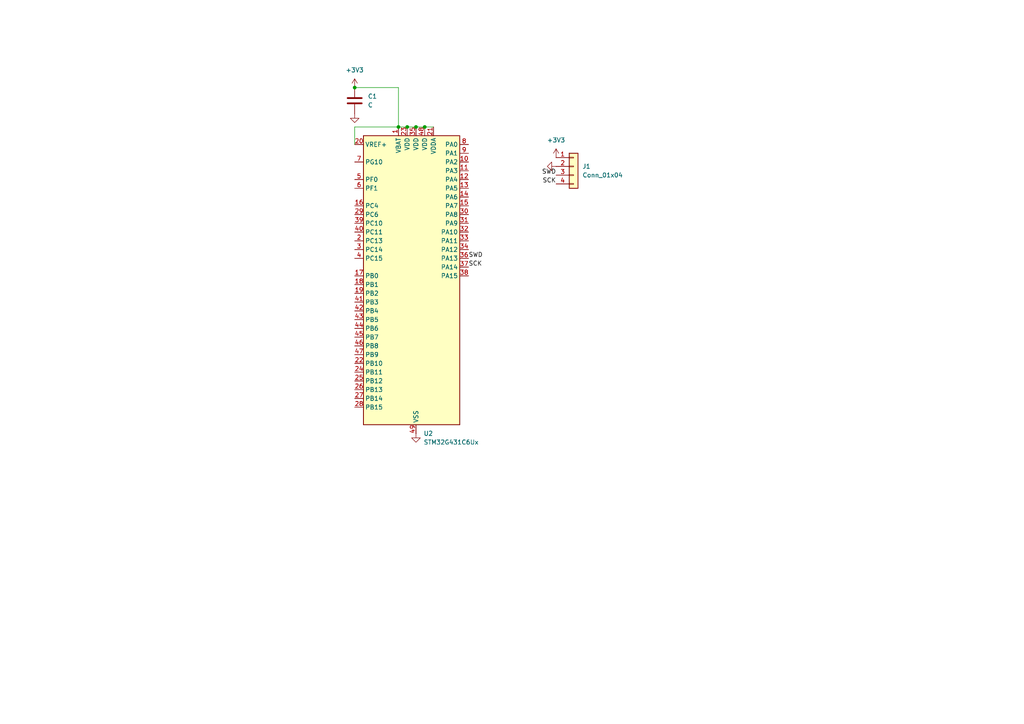
<source format=kicad_sch>
(kicad_sch (version 20231120) (generator "eeschema") (generator_version "8.0")
  (paper "A4")
  (lib_symbols
    (symbol "Connector_Generic:Conn_01x04" (pin_names (offset 1.016) hide)
      (property "Reference" "J" (at 0 5.08 0))
      (property "Value" "Conn_01x04" (at 0 -7.62 0))
      (symbol "Conn_01x04_1_1"
        (rectangle (start -1.27 -4.953) (end 0 -5.207) (stroke (width 0.1524)))
        (rectangle (start -1.27 -2.413) (end 0 -2.667) (stroke (width 0.1524)))
        (rectangle (start -1.27 0.127) (end 0 -0.127) (stroke (width 0.1524)))
        (rectangle (start -1.27 2.667) (end 0 2.413) (stroke (width 0.1524)))
        (rectangle (start -1.27 3.81) (end 1.27 -6.35) (stroke (width 0.254)) (fill (type background)))
        (pin passive line (at -5.08 2.54 0) (length 3.81) (name "Pin_1") (number "1"))
        (pin passive line (at -5.08 0 0) (length 3.81) (name "Pin_2") (number "2"))
        (pin passive line (at -5.08 -2.54 0) (length 3.81) (name "Pin_3") (number "3"))
        (pin passive line (at -5.08 -5.08 0) (length 3.81) (name "Pin_4") (number "4"))
      )
    )
    (symbol "Device:C" (pin_numbers hide) (pin_names (offset 0.254))
      (property "Reference" "C" (at 0.635 2.54 0))
      (property "Value" "C" (at 0.635 -2.54 0))
      (symbol "C_0_1"
        (polyline (pts (xy -2.032 -0.762) (xy 2.032 -0.762)) (stroke (width 0.508)))
        (polyline (pts (xy -2.032 0.762) (xy 2.032 0.762)) (stroke (width 0.508)))
      )
      (symbol "C_1_1"
        (pin passive line (at 0 3.81 270) (length 2.794) (name "~") (number "1"))
        (pin passive line (at 0 -3.81 90) (length 2.794) (name "~") (number "2"))
      )
    )
    (symbol "MCU_ST_STM32G4:STM32G431C6Ux"
      (property "Reference" "U" (at -12.7 44.45 0))
      (property "Value" "STM32G431C6Ux" (at 10.16 44.45 0))
      (symbol "STM32G431C6Ux_0_1"
        (rectangle (start -12.7 -40.64) (end 15.24 43.18) (stroke (width 0.254)) (fill (type background)))
      )
      (symbol "STM32G431C6Ux_1_1"
        (pin power_in line (at -2.54 45.72 270) (length 2.54) (name "VBAT") (number "1"))
        (pin bidirectional line (at 17.78 35.56 180) (length 2.54) (name "PA2") (number "10"))
        (pin bidirectional line (at 17.78 33.02 180) (length 2.54) (name "PA3") (number "11"))
        (pin bidirectional line (at 17.78 30.48 180) (length 2.54) (name "PA4") (number "12"))
        (pin bidirectional line (at 17.78 27.94 180) (length 2.54) (name "PA5") (number "13"))
        (pin bidirectional line (at 17.78 25.4 180) (length 2.54) (name "PA6") (number "14"))
        (pin bidirectional line (at 17.78 22.86 180) (length 2.54) (name "PA7") (number "15"))
        (pin bidirectional line (at -15.24 22.86 0) (length 2.54) (name "PC4") (number "16"))
        (pin bidirectional line (at -15.24 2.54 0) (length 2.54) (name "PB0") (number "17"))
        (pin bidirectional line (at -15.24 0 0) (length 2.54) (name "PB1") (number "18"))
        (pin bidirectional line (at -15.24 -2.54 0) (length 2.54) (name "PB2") (number "19"))
        (pin bidirectional line (at -15.24 12.7 0) (length 2.54) (name "PC13") (number "2"))
        (pin input line (at -15.24 40.64 0) (length 2.54) (name "VREF+") (number "20"))
        (pin power_in line (at 7.62 45.72 270) (length 2.54) (name "VDDA") (number "21"))
        (pin bidirectional line (at -15.24 -22.86 0) (length 2.54) (name "PB10") (number "22"))
        (pin power_in line (at 0 45.72 270) (length 2.54) (name "VDD") (number "23"))
        (pin bidirectional line (at -15.24 -25.4 0) (length 2.54) (name "PB11") (number "24"))
        (pin bidirectional line (at -15.24 -27.94 0) (length 2.54) (name "PB12") (number "25"))
        (pin bidirectional line (at -15.24 -30.48 0) (length 2.54) (name "PB13") (number "26"))
        (pin bidirectional line (at -15.24 -33.02 0) (length 2.54) (name "PB14") (number "27"))
        (pin bidirectional line (at -15.24 -35.56 0) (length 2.54) (name "PB15") (number "28"))
        (pin bidirectional line (at -15.24 20.32 0) (length 2.54) (name "PC6") (number "29"))
        (pin bidirectional line (at -15.24 10.16 0) (length 2.54) (name "PC14") (number "3"))
        (pin bidirectional line (at 17.78 20.32 180) (length 2.54) (name "PA8") (number "30"))
        (pin bidirectional line (at 17.78 17.78 180) (length 2.54) (name "PA9") (number "31"))
        (pin bidirectional line (at 17.78 15.24 180) (length 2.54) (name "PA10") (number "32"))
        (pin bidirectional line (at 17.78 12.7 180) (length 2.54) (name "PA11") (number "33"))
        (pin bidirectional line (at 17.78 10.16 180) (length 2.54) (name "PA12") (number "34"))
        (pin power_in line (at 2.54 45.72 270) (length 2.54) (name "VDD") (number "35"))
        (pin bidirectional line (at 17.78 7.62 180) (length 2.54) (name "PA13") (number "36"))
        (pin bidirectional line (at 17.78 5.08 180) (length 2.54) (name "PA14") (number "37"))
        (pin bidirectional line (at 17.78 2.54 180) (length 2.54) (name "PA15") (number "38"))
        (pin bidirectional line (at -15.24 17.78 0) (length 2.54) (name "PC10") (number "39"))
        (pin bidirectional line (at -15.24 7.62 0) (length 2.54) (name "PC15") (number "4"))
        (pin bidirectional line (at -15.24 15.24 0) (length 2.54) (name "PC11") (number "40"))
        (pin bidirectional line (at -15.24 -5.08 0) (length 2.54) (name "PB3") (number "41"))
        (pin bidirectional line (at -15.24 -7.62 0) (length 2.54) (name "PB4") (number "42"))
        (pin bidirectional line (at -15.24 -10.16 0) (length 2.54) (name "PB5") (number "43"))
        (pin bidirectional line (at -15.24 -12.7 0) (length 2.54) (name "PB6") (number "44"))
        (pin bidirectional line (at -15.24 -15.24 0) (length 2.54) (name "PB7") (number "45"))
        (pin bidirectional line (at -15.24 -17.78 0) (length 2.54) (name "PB8") (number "46"))
        (pin bidirectional line (at -15.24 -20.32 0) (length 2.54) (name "PB9") (number "47"))
        (pin power_in line (at 5.08 45.72 270) (length 2.54) (name "VDD") (number "48"))
        (pin power_in line (at 2.54 -43.18 90) (length 2.54) (name "VSS") (number "49"))
        (pin bidirectional line (at -15.24 30.48 0) (length 2.54) (name "PF0") (number "5"))
        (pin bidirectional line (at -15.24 27.94 0) (length 2.54) (name "PF1") (number "6"))
        (pin bidirectional line (at -15.24 35.56 0) (length 2.54) (name "PG10") (number "7"))
        (pin bidirectional line (at 17.78 40.64 180) (length 2.54) (name "PA0") (number "8"))
        (pin bidirectional line (at 17.78 38.1 180) (length 2.54) (name "PA1") (number "9"))
      )
    )
    (symbol "power:+3V3" (power) (pin_numbers hide) (pin_names (offset 0) hide)
      (property "Value" "+3V3" (at 0 3.556 0))
      (symbol "+3V3_0_1"
        (polyline (pts (xy -0.762 1.27) (xy 0 2.54)))
        (polyline (pts (xy 0 0) (xy 0 2.54)))
        (polyline (pts (xy 0 2.54) (xy 0.762 1.27)))
      )
      (symbol "+3V3_1_1"
        (pin power_in line (at 0 0 90) (length 0) (name "~") (number "1"))
      )
    )
    (symbol "power:GND" (power) (pin_numbers hide) (pin_names (offset 0) hide)
      (property "Value" "GND" (at 0 -3.81 0))
      (symbol "GND_0_1"
        (polyline (pts (xy 0 0) (xy 0 -1.27) (xy 1.27 -1.27) (xy 0 -2.54) (xy -1.27 -1.27) (xy 0 -1.27)))
      )
      (symbol "GND_1_1"
        (pin power_in line (at 0 0 270) (length 0) (name "~") (number "1"))
      )
    )
  )
  (junction (at 118.11 36.83))
  (junction (at 120.65 36.83))
  (junction (at 123.19 36.83))
  (junction (at 115.57 36.83))
  (junction (at 102.87 25.4))
  (wire (pts (xy 102.87 36.83) (xy 115.57 36.83)))
  (wire (pts (xy 123.19 36.83) (xy 125.73 36.83)))
  (wire (pts (xy 118.11 36.83) (xy 120.65 36.83)))
  (wire (pts (xy 115.57 36.83) (xy 115.57 25.4)))
  (wire (pts (xy 115.57 25.4) (xy 102.87 25.4)))
  (wire (pts (xy 115.57 36.83) (xy 118.11 36.83)))
  (wire (pts (xy 102.87 41.91) (xy 102.87 36.83)))
  (wire (pts (xy 120.65 36.83) (xy 123.19 36.83)))
  (label "SWD" (at 161.29 50.8 180))
  (label "SWD" (at 135.89 74.93 0))
  (label "SCK" (at 161.29 53.34 180))
  (label "SCK" (at 135.89 77.47 0))
  (symbol (lib_id "power:GND") (at 102.87 33.02 0) (unit 1)
    (property "Reference" "#PWR02" (effects (hide yes)))
    (property "Value" "GND" (effects (hide yes)))
    (property "Description" "Power symbol creates a global label with name \"GND\" , ground" (effects (hide yes)))
  )
  (symbol (lib_id "Connector_Generic:Conn_01x04") (at 166.37 48.26 0) (unit 1)
    (property "Reference" "J1" (at 168.91 48.2599 0) (effects (justify left)))
    (property "Value" "Conn_01x04" (at 168.91 50.7999 0) (effects (justify left)))
    (property "Description" "Generic connector, single row, 01x04, script generated (kicad-library-utils/schlib/autogen/connector/)" (effects (hide yes)))
  )
  (symbol (lib_id "Device:C") (at 102.87 29.21 0) (unit 1)
    (property "Reference" "C1" (at 106.68 27.9399 0) (effects (justify left)))
    (property "Value" "C" (at 106.68 30.4799 0) (effects (justify left)))
    (property "Footprint" "Capacitor_SMD:C_0603_1608Metric" (effects (hide yes)))
    (property "Description" "Unpolarized capacitor" (effects (hide yes)))
  )
  (symbol (lib_id "MCU_ST_STM32G4:STM32G431C6Ux") (at 118.11 82.55 0) (unit 1)
    (property "Reference" "U2" (at 122.8441 125.73 0) (effects (justify left)))
    (property "Value" "STM32G431C6Ux" (at 122.8441 128.27 0) (effects (justify left)))
    (property "Footprint" "Package_DFN_QFN:QFN-48-1EP_7x7mm_P0.5mm_EP5.6x5.6mm" (effects (hide yes)))
    (property "Datasheet" "https://www.st.com/resource/en/datasheet/stm32g431c6.pdf" (effects (hide yes)))
    (property "Description" "STMicroelectronics Arm Cortex-M4 MCU, 32KB flash, 32KB RAM, 170 MHz, 1.71-3.6V, 42 GPIO, UFQFPN48" (effects (hide yes)))
  )
  (symbol (lib_id "power:GND") (at 161.29 48.26 270) (unit 1)
    (property "Reference" "#PWR014" (effects (hide yes)))
    (property "Value" "GND" (effects (hide yes)))
    (property "Description" "Power symbol creates a global label with name \"GND\" , ground" (effects (hide yes)))
  )
  (symbol (lib_id "power:+3V3") (at 161.29 45.72 0) (unit 1)
    (property "Reference" "#PWR013" (effects (hide yes)))
    (property "Value" "+3V3" (at 161.29 40.64 0))
    (property "Description" "Power symbol creates a global label with name \"+3V3\"" (effects (hide yes)))
  )
  (symbol (lib_id "power:+3V3") (at 102.87 25.4 0) (unit 1)
    (property "Reference" "#PWR01" (effects (hide yes)))
    (property "Value" "+3V3" (at 102.87 20.32 0))
    (property "Description" "Power symbol creates a global label with name \"+3V3\"" (effects (hide yes)))
  )
  (symbol (lib_id "power:GND") (at 120.65 125.73 0) (unit 1)
    (property "Reference" "#PWR05" (effects (hide yes)))
    (property "Value" "GND" (effects (hide yes)))
    (property "Description" "Power symbol creates a global label with name \"GND\" , ground" (effects (hide yes)))
  )
)
</source>
